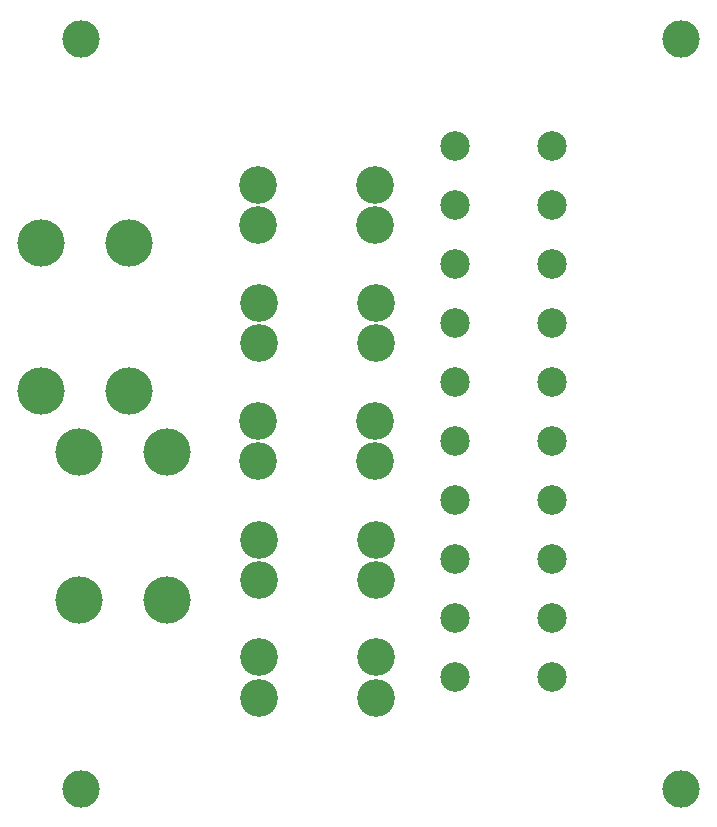
<source format=gbr>
%TF.GenerationSoftware,KiCad,Pcbnew,8.0.2-1*%
%TF.CreationDate,2024-09-28T15:44:20-07:00*%
%TF.ProjectId,PowerDistribution,506f7765-7244-4697-9374-726962757469,R1*%
%TF.SameCoordinates,Original*%
%TF.FileFunction,Soldermask,Bot*%
%TF.FilePolarity,Negative*%
%FSLAX46Y46*%
G04 Gerber Fmt 4.6, Leading zero omitted, Abs format (unit mm)*
G04 Created by KiCad (PCBNEW 8.0.2-1) date 2024-09-28 15:44:20*
%MOMM*%
%LPD*%
G01*
G04 APERTURE LIST*
%ADD10C,3.175000*%
%ADD11C,3.204000*%
%ADD12C,4.000000*%
%ADD13C,2.500000*%
G04 APERTURE END LIST*
D10*
%TO.C,H5*%
X203295998Y-70317101D03*
%TD*%
D11*
%TO.C,F1*%
X177429999Y-126108000D03*
X177429999Y-122708000D03*
X167509999Y-126108000D03*
X167509999Y-122708000D03*
%TD*%
D10*
%TO.C,H1*%
X152495998Y-70317101D03*
%TD*%
D12*
%TO.C,J3*%
X156550999Y-100156000D03*
X156550999Y-87656000D03*
X149050999Y-100156000D03*
X149050999Y-87656000D03*
%TD*%
D11*
%TO.C,F2*%
X177419999Y-116148000D03*
X177419999Y-112748000D03*
X167499999Y-116148000D03*
X167499999Y-112748000D03*
%TD*%
D13*
%TO.C,J2*%
X184150000Y-124408003D03*
X192349999Y-124408003D03*
X184150000Y-119408001D03*
X192349999Y-119408001D03*
X184150000Y-114408000D03*
X192349999Y-114408000D03*
X184150000Y-109408000D03*
X192349999Y-109408000D03*
X184150000Y-104408000D03*
X192349999Y-104408000D03*
X184150000Y-99408000D03*
X192349999Y-99408000D03*
X184150000Y-94408000D03*
X192349999Y-94408000D03*
X184150000Y-89408000D03*
X192349999Y-89408000D03*
X184150000Y-84408000D03*
X192349999Y-84408000D03*
X184150000Y-79407999D03*
X192349999Y-79407999D03*
%TD*%
D11*
%TO.C,F5*%
X177379999Y-86128000D03*
X177379999Y-82728000D03*
X167459999Y-86128000D03*
X167459999Y-82728000D03*
%TD*%
%TO.C,F3*%
X177349999Y-106088000D03*
X177349999Y-102688000D03*
X167429999Y-106088000D03*
X167429999Y-102688000D03*
%TD*%
D10*
%TO.C,H6*%
X152495998Y-133817101D03*
%TD*%
%TO.C,H2*%
X203295998Y-133817101D03*
%TD*%
D11*
%TO.C,F4*%
X177419999Y-96098000D03*
X177419999Y-92698000D03*
X167499999Y-96098000D03*
X167499999Y-92698000D03*
%TD*%
D12*
%TO.C,J1*%
X152267397Y-105343701D03*
X152267397Y-117843701D03*
X159767397Y-105343701D03*
X159767397Y-117843701D03*
%TD*%
M02*

</source>
